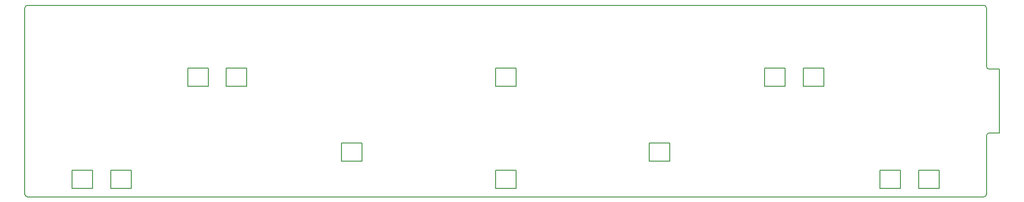
<source format=gbr>
G04 #@! TF.GenerationSoftware,KiCad,Pcbnew,(5.1.10)-1*
G04 #@! TF.CreationDate,2021-06-23T21:24:03+07:00*
G04 #@! TF.ProjectId,uso!VNC,75736f21-564e-4432-9e6b-696361645f70,rev?*
G04 #@! TF.SameCoordinates,Original*
G04 #@! TF.FileFunction,Profile,NP*
%FSLAX45Y45*%
G04 Gerber Fmt 4.5, Leading zero omitted, Abs format (unit mm)*
G04 Created by KiCad (PCBNEW (5.1.10)-1) date 2021-06-23 21:24:03*
%MOMM*%
%LPD*%
G01*
G04 APERTURE LIST*
G04 #@! TA.AperFunction,Profile*
%ADD10C,0.150000*%
G04 #@! TD*
G04 APERTURE END LIST*
D10*
X31789687Y-21738438D02*
G75*
G02*
X31739687Y-21788438I-50000J0D01*
G01*
X13980312Y-21788438D02*
G75*
G02*
X13930312Y-21738438I0J50000D01*
G01*
X13930312Y-18266563D02*
G75*
G02*
X13980312Y-18216563I50000J0D01*
G01*
X31739687Y-18216563D02*
G75*
G02*
X31789687Y-18266563I0J-50000D01*
G01*
X31839687Y-19407188D02*
G75*
G02*
X31789687Y-19357188I0J50000D01*
G01*
X31789687Y-20647813D02*
G75*
G02*
X31839687Y-20597813I50000J0D01*
G01*
X13930312Y-18266563D02*
X13930312Y-21738438D01*
X31739687Y-18216563D02*
X13980312Y-18216563D01*
X31789687Y-19357188D02*
X31789687Y-18266563D01*
X32027812Y-19407188D02*
X31839687Y-19407188D01*
X32027812Y-20597813D02*
X32027812Y-19407188D01*
X31839687Y-20597813D02*
X32027812Y-20597813D01*
X31789687Y-21738438D02*
X31789687Y-20647813D01*
X13980312Y-21788438D02*
X31739687Y-21788438D01*
X23050000Y-21293000D02*
X23050000Y-21633000D01*
X22670000Y-21633000D02*
X23050000Y-21633000D01*
X22670000Y-21293000D02*
X22670000Y-21633000D01*
X22670000Y-21293000D02*
X23050000Y-21293000D01*
X25527500Y-21125000D02*
X25527500Y-20785000D01*
X25907500Y-20785000D02*
X25527500Y-20785000D01*
X25907500Y-21125000D02*
X25907500Y-20785000D01*
X25907500Y-21125000D02*
X25527500Y-21125000D01*
X19812500Y-21125000D02*
X19812500Y-20785000D01*
X20192500Y-20785000D02*
X19812500Y-20785000D01*
X20192500Y-21125000D02*
X20192500Y-20785000D01*
X20192500Y-21125000D02*
X19812500Y-21125000D01*
X15906250Y-21293000D02*
X15906250Y-21633000D01*
X15526250Y-21633000D02*
X15906250Y-21633000D01*
X15526250Y-21293000D02*
X15526250Y-21633000D01*
X15526250Y-21293000D02*
X15906250Y-21293000D01*
X15191875Y-21293000D02*
X15191875Y-21633000D01*
X14811875Y-21633000D02*
X15191875Y-21633000D01*
X14811875Y-21293000D02*
X14811875Y-21633000D01*
X14811875Y-21293000D02*
X15191875Y-21293000D01*
X29813750Y-21293000D02*
X30193750Y-21293000D01*
X29813750Y-21293000D02*
X29813750Y-21633000D01*
X29813750Y-21633000D02*
X30193750Y-21633000D01*
X30193750Y-21293000D02*
X30193750Y-21633000D01*
X30908125Y-21293000D02*
X30908125Y-21633000D01*
X30528125Y-21633000D02*
X30908125Y-21633000D01*
X30528125Y-21293000D02*
X30528125Y-21633000D01*
X30528125Y-21293000D02*
X30908125Y-21293000D01*
X17335000Y-19388000D02*
X17335000Y-19728000D01*
X16955000Y-19728000D02*
X17335000Y-19728000D01*
X16955000Y-19388000D02*
X16955000Y-19728000D01*
X16955000Y-19388000D02*
X17335000Y-19388000D01*
X18049375Y-19388000D02*
X18049375Y-19728000D01*
X17669375Y-19728000D02*
X18049375Y-19728000D01*
X17669375Y-19388000D02*
X17669375Y-19728000D01*
X17669375Y-19388000D02*
X18049375Y-19388000D01*
X23050000Y-19388000D02*
X23050000Y-19728000D01*
X22670000Y-19728000D02*
X23050000Y-19728000D01*
X22670000Y-19388000D02*
X22670000Y-19728000D01*
X22670000Y-19388000D02*
X23050000Y-19388000D01*
X28050625Y-19388000D02*
X28050625Y-19728000D01*
X27670625Y-19728000D02*
X28050625Y-19728000D01*
X27670625Y-19388000D02*
X27670625Y-19728000D01*
X27670625Y-19388000D02*
X28050625Y-19388000D01*
X28765000Y-19388000D02*
X28765000Y-19728000D01*
X28385000Y-19728000D02*
X28765000Y-19728000D01*
X28385000Y-19388000D02*
X28385000Y-19728000D01*
X28385000Y-19388000D02*
X28765000Y-19388000D01*
M02*

</source>
